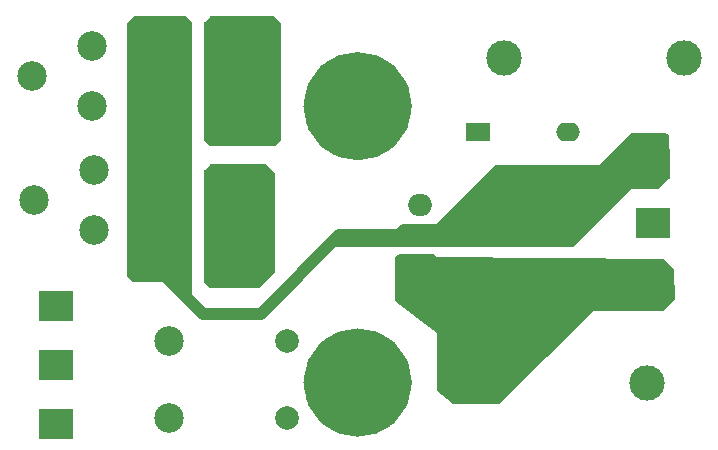
<source format=gbl>
%TF.GenerationSoftware,KiCad,Pcbnew,8.0.5*%
%TF.CreationDate,2024-11-11T20:50:26-03:00*%
%TF.ProjectId,Dimmer  PHD Equipamentos,44696d6d-6572-4202-9050-484420457175,rev?*%
%TF.SameCoordinates,Original*%
%TF.FileFunction,Copper,L2,Bot*%
%TF.FilePolarity,Positive*%
%FSLAX46Y46*%
G04 Gerber Fmt 4.6, Leading zero omitted, Abs format (unit mm)*
G04 Created by KiCad (PCBNEW 8.0.5) date 2024-11-11 20:50:26*
%MOMM*%
%LPD*%
G01*
G04 APERTURE LIST*
%TA.AperFunction,NonConductor*%
%ADD10C,4.600000*%
%TD*%
%TA.AperFunction,ComponentPad*%
%ADD11C,2.500000*%
%TD*%
%TA.AperFunction,ComponentPad*%
%ADD12C,2.000000*%
%TD*%
%TA.AperFunction,ComponentPad*%
%ADD13C,3.000000*%
%TD*%
%TA.AperFunction,ComponentPad*%
%ADD14R,3.000000X2.600000*%
%TD*%
%TA.AperFunction,ComponentPad*%
%ADD15R,2.600000X2.600000*%
%TD*%
%TA.AperFunction,ComponentPad*%
%ADD16R,2.000000X1.600000*%
%TD*%
%TA.AperFunction,ComponentPad*%
%ADD17O,2.000000X1.600000*%
%TD*%
%TA.AperFunction,ComponentPad*%
%ADD18R,2.000000X1.905000*%
%TD*%
%TA.AperFunction,ComponentPad*%
%ADD19O,2.000000X1.905000*%
%TD*%
%TA.AperFunction,ViaPad*%
%ADD20C,0.800000*%
%TD*%
%TA.AperFunction,Conductor*%
%ADD21C,1.000000*%
%TD*%
%ADD22C,0.350000*%
G04 APERTURE END LIST*
D10*
X151300000Y-88100000D02*
G75*
G02*
X146700000Y-88100000I-2300000J0D01*
G01*
X146700000Y-88100000D02*
G75*
G02*
X151300000Y-88100000I2300000J0D01*
G01*
X151300000Y-111500000D02*
G75*
G02*
X146700000Y-111500000I-2300000J0D01*
G01*
X146700000Y-111500000D02*
G75*
G02*
X151300000Y-111500000I2300000J0D01*
G01*
D11*
%TO.P,C1,1*%
%TO.N,Net-(D1-K)*%
X133000000Y-108000000D03*
D12*
%TO.P,C1,2*%
%TO.N,Net-(J1-Pin_3)*%
X143000000Y-108000000D03*
%TD*%
D13*
%TO.P,R3,1*%
%TO.N,Net-(J1-Pin_1)*%
X161380000Y-84000000D03*
%TO.P,R3,2*%
%TO.N,Net-(CSP1-Pad2)*%
X176620000Y-84000000D03*
%TD*%
D11*
%TO.P,VARISTOR1,1*%
%TO.N,Net-(J1-Pin_3)*%
X163800000Y-102750000D03*
%TO.P,VARISTOR1,2*%
%TO.N,Net-(J1-Pin_1)*%
X165200000Y-95250000D03*
%TD*%
%TO.P,MINIMO,1,1*%
%TO.N,Net-(J1-Pin_1)*%
X126500000Y-83000000D03*
%TO.P,MINIMO,2,2*%
%TO.N,Net-(MINIMO1-Pad2)*%
X121420000Y-85540000D03*
%TO.P,MINIMO,3,3*%
%TO.N,unconnected-(MINIMO1-Pad3)*%
X126500000Y-88080000D03*
%TD*%
D14*
%TO.P,J1,1,Pin_1*%
%TO.N,Net-(J1-Pin_1)*%
X174000000Y-93000000D03*
%TO.P,J1,2,Pin_2*%
%TO.N,unconnected-(J1-Pin_2-Pad2)*%
X174000000Y-98000000D03*
D15*
%TO.P,J1,3,Pin_3*%
%TO.N,Net-(J1-Pin_3)*%
X174000000Y-103000000D03*
%TD*%
D11*
%TO.P,MAXIMO,1,1*%
%TO.N,Net-(J1-Pin_1)*%
X126655000Y-93460000D03*
%TO.P,MAXIMO,2,2*%
%TO.N,Net-(J2-Pin_1)*%
X121575000Y-96000000D03*
%TO.P,MAXIMO,3,3*%
%TO.N,unconnected-(MAXIMO1-Pad3)*%
X126655000Y-98540000D03*
%TD*%
%TO.P,C2,1*%
%TO.N,Net-(D1-K)*%
X133000000Y-114500000D03*
D12*
%TO.P,C2,2*%
%TO.N,Net-(J1-Pin_3)*%
X143000000Y-114500000D03*
%TD*%
D13*
%TO.P,CSP1,1*%
%TO.N,Net-(J1-Pin_3)*%
X158500000Y-111500000D03*
%TO.P,CSP1,2*%
%TO.N,Net-(CSP1-Pad2)*%
X173500000Y-111500000D03*
%TD*%
D14*
%TO.P,J2,1,Pin_1*%
%TO.N,Net-(J2-Pin_1)*%
X123500000Y-105000000D03*
%TO.P,J2,2,Pin_2*%
%TO.N,Net-(D1-K)*%
X123500000Y-110000000D03*
%TO.P,J2,3,Pin_3*%
X123500000Y-115000000D03*
%TD*%
D16*
%TO.P,D1,1,K*%
%TO.N,Net-(D1-K)*%
X159190000Y-90250000D03*
D17*
%TO.P,D1,2,A*%
%TO.N,Net-(D1-A)*%
X166810000Y-90250000D03*
%TD*%
D18*
%TO.P,Q1,1,A1*%
%TO.N,Net-(J1-Pin_3)*%
X154250000Y-101580000D03*
D19*
%TO.P,Q1,2,A2*%
%TO.N,Net-(J1-Pin_1)*%
X154250000Y-99040000D03*
%TO.P,Q1,3,G*%
%TO.N,Net-(D1-A)*%
X154250000Y-96500000D03*
%TD*%
D20*
%TO.N,Net-(D2--)*%
X137300000Y-101800000D03*
X139700000Y-98100000D03*
X137200000Y-98100000D03*
X137300000Y-94700000D03*
X139700000Y-94600000D03*
X139700000Y-101700000D03*
%TO.N,Net-(D2-+)*%
X137700000Y-89900000D03*
X137600000Y-85800000D03*
X140300000Y-85800000D03*
X140200000Y-89900000D03*
X140300000Y-82000000D03*
X137600000Y-82000000D03*
%TO.N,Net-(J1-Pin_1)*%
X133900000Y-89500000D03*
X131600000Y-86100000D03*
X133700000Y-101800000D03*
X133800000Y-94600000D03*
X133900000Y-86100000D03*
X131600000Y-94100000D03*
X131600000Y-97800000D03*
X133800000Y-98200000D03*
X131500000Y-89700000D03*
X131500000Y-83000000D03*
X131700000Y-100000000D03*
X133900000Y-82900000D03*
%TD*%
D21*
%TO.N,Net-(J1-Pin_1)*%
X135900000Y-105700000D02*
X140800000Y-105700000D01*
X140800000Y-105700000D02*
X147460000Y-99040000D01*
X147460000Y-99040000D02*
X154250000Y-99040000D01*
X131700000Y-101500000D02*
X135900000Y-105700000D01*
X131700000Y-100000000D02*
X131700000Y-101500000D01*
%TD*%
%TA.AperFunction,Conductor*%
%TO.N,Net-(J1-Pin_3)*%
G36*
X155415677Y-100619685D02*
G01*
X155436319Y-100636319D01*
X155700000Y-100900000D01*
X174849017Y-100999734D01*
X174915952Y-101019767D01*
X174936051Y-101036051D01*
X175765640Y-101865640D01*
X175799125Y-101926963D01*
X175801867Y-101948555D01*
X175897766Y-104441936D01*
X175880673Y-104509683D01*
X175856810Y-104538870D01*
X174935369Y-105368168D01*
X174872370Y-105398384D01*
X174852417Y-105400000D01*
X169000000Y-105400000D01*
X161036222Y-113264231D01*
X160974690Y-113297330D01*
X160949094Y-113300000D01*
X157045422Y-113300000D01*
X156978383Y-113280315D01*
X156965325Y-113270660D01*
X156957727Y-113264231D01*
X156529102Y-112901548D01*
X155743903Y-112237148D01*
X155705441Y-112178817D01*
X155700000Y-112142488D01*
X155700000Y-107300000D01*
X152248260Y-104637229D01*
X152207203Y-104580695D01*
X152200000Y-104539048D01*
X152200000Y-100876636D01*
X152219685Y-100809597D01*
X152268546Y-100765727D01*
X152573818Y-100613091D01*
X152629272Y-100600000D01*
X155348638Y-100600000D01*
X155415677Y-100619685D01*
G37*
%TD.AperFunction*%
%TD*%
%TA.AperFunction,Conductor*%
%TO.N,Net-(J1-Pin_1)*%
G36*
X175215677Y-90419685D02*
G01*
X175236319Y-90436319D01*
X175363681Y-90563681D01*
X175397166Y-90625004D01*
X175400000Y-90651362D01*
X175400000Y-94148638D01*
X175380315Y-94215677D01*
X175363681Y-94236319D01*
X174536319Y-95063681D01*
X174474996Y-95097166D01*
X174448638Y-95100000D01*
X172199999Y-95100000D01*
X167336319Y-99963681D01*
X167274996Y-99997166D01*
X167248638Y-100000000D01*
X154900000Y-100000000D01*
X155000000Y-98100000D01*
X155600000Y-98100000D01*
X160563681Y-93136319D01*
X160625004Y-93102834D01*
X160651362Y-93100000D01*
X169499999Y-93100000D01*
X169500000Y-93100000D01*
X172063419Y-90437988D01*
X172124100Y-90403353D01*
X172152739Y-90400000D01*
X175148638Y-90400000D01*
X175215677Y-90419685D01*
G37*
%TD.AperFunction*%
%TD*%
%TA.AperFunction,Conductor*%
%TO.N,Net-(J1-Pin_1)*%
G36*
X154900000Y-100000000D02*
G01*
X146858523Y-100000000D01*
X146791484Y-99980315D01*
X146745729Y-99927511D01*
X146735785Y-99858353D01*
X146764810Y-99794797D01*
X146781913Y-99778497D01*
X147867670Y-98925402D01*
X147932546Y-98899461D01*
X147941099Y-98898946D01*
X151800000Y-98800000D01*
X151999999Y-98700000D01*
X152199997Y-98600002D01*
X152199998Y-98600001D01*
X152200000Y-98600000D01*
X152663681Y-98136319D01*
X152725004Y-98102834D01*
X152751362Y-98100000D01*
X155000000Y-98100000D01*
X154900000Y-100000000D01*
G37*
%TD.AperFunction*%
%TD*%
%TA.AperFunction,Conductor*%
%TO.N,Net-(D2-+)*%
G36*
X142016177Y-80520185D02*
G01*
X142036819Y-80536819D01*
X142463681Y-80963681D01*
X142497166Y-81025004D01*
X142500000Y-81051362D01*
X142500000Y-90948638D01*
X142480315Y-91015677D01*
X142463681Y-91036319D01*
X142036319Y-91463681D01*
X141974996Y-91497166D01*
X141948638Y-91500000D01*
X136551362Y-91500000D01*
X136484323Y-91480315D01*
X136463681Y-91463681D01*
X136036319Y-91036319D01*
X136002834Y-90974996D01*
X136000000Y-90948638D01*
X136000000Y-81051362D01*
X136019685Y-80984323D01*
X136036319Y-80963681D01*
X136463181Y-80536819D01*
X136524504Y-80503334D01*
X136550862Y-80500500D01*
X141949138Y-80500500D01*
X142016177Y-80520185D01*
G37*
%TD.AperFunction*%
%TD*%
%TA.AperFunction,Conductor*%
%TO.N,Net-(J1-Pin_1)*%
G36*
X134516177Y-80520185D02*
G01*
X134536819Y-80536819D01*
X134963681Y-80963681D01*
X134997166Y-81025004D01*
X135000000Y-81051362D01*
X135000000Y-104313011D01*
X134980315Y-104380050D01*
X134927511Y-104425805D01*
X134858353Y-104435749D01*
X134794797Y-104406724D01*
X134791015Y-104403308D01*
X133300000Y-103000000D01*
X130051362Y-103000000D01*
X129984323Y-102980315D01*
X129963681Y-102963681D01*
X129536319Y-102536319D01*
X129502834Y-102474996D01*
X129500000Y-102448638D01*
X129500000Y-81051362D01*
X129519685Y-80984323D01*
X129536319Y-80963681D01*
X129963181Y-80536819D01*
X130024504Y-80503334D01*
X130050862Y-80500500D01*
X134449138Y-80500500D01*
X134516177Y-80520185D01*
G37*
%TD.AperFunction*%
%TD*%
%TA.AperFunction,Conductor*%
%TO.N,Net-(D2--)*%
G36*
X141215677Y-93019685D02*
G01*
X141236319Y-93036319D01*
X141963681Y-93763681D01*
X141997166Y-93825004D01*
X142000000Y-93851362D01*
X142000000Y-102048638D01*
X141980315Y-102115677D01*
X141963681Y-102136319D01*
X140636319Y-103463681D01*
X140574996Y-103497166D01*
X140548638Y-103500000D01*
X136551362Y-103500000D01*
X136484323Y-103480315D01*
X136463681Y-103463681D01*
X136036319Y-103036319D01*
X136002834Y-102974996D01*
X136000000Y-102948638D01*
X136000000Y-93551362D01*
X136019685Y-93484323D01*
X136036319Y-93463681D01*
X136463681Y-93036319D01*
X136525004Y-93002834D01*
X136551362Y-93000000D01*
X141148638Y-93000000D01*
X141215677Y-93019685D01*
G37*
%TD.AperFunction*%
%TD*%
D22*
X137300000Y-101800000D03*
X139700000Y-98100000D03*
X137200000Y-98100000D03*
X137300000Y-94700000D03*
X139700000Y-94600000D03*
X139700000Y-101700000D03*
X137700000Y-89900000D03*
X137600000Y-85800000D03*
X140300000Y-85800000D03*
X140200000Y-89900000D03*
X140300000Y-82000000D03*
X137600000Y-82000000D03*
X133900000Y-89500000D03*
X131600000Y-86100000D03*
X133700000Y-101800000D03*
X133800000Y-94600000D03*
X133900000Y-86100000D03*
X131600000Y-94100000D03*
X131600000Y-97800000D03*
X133800000Y-98200000D03*
X131500000Y-89700000D03*
X131500000Y-83000000D03*
X131700000Y-100000000D03*
X133900000Y-82900000D03*
X133000000Y-108000000D03*
X143000000Y-108000000D03*
X161380000Y-84000000D03*
X176620000Y-84000000D03*
X163800000Y-102750000D03*
X165200000Y-95250000D03*
X126500000Y-83000000D03*
X121420000Y-85540000D03*
X126500000Y-88080000D03*
X174000000Y-93000000D03*
X174000000Y-98000000D03*
X174000000Y-103000000D03*
X126655000Y-93460000D03*
X121575000Y-96000000D03*
X126655000Y-98540000D03*
X149000000Y-111500000D03*
X133000000Y-114500000D03*
X143000000Y-114500000D03*
X158500000Y-111500000D03*
X173500000Y-111500000D03*
X123500000Y-105000000D03*
X123500000Y-110000000D03*
X123500000Y-115000000D03*
X159190000Y-90250000D03*
X166810000Y-90250000D03*
X149000000Y-88000000D03*
X154250000Y-101580000D03*
X154250000Y-99040000D03*
X154250000Y-96500000D03*
M02*

</source>
